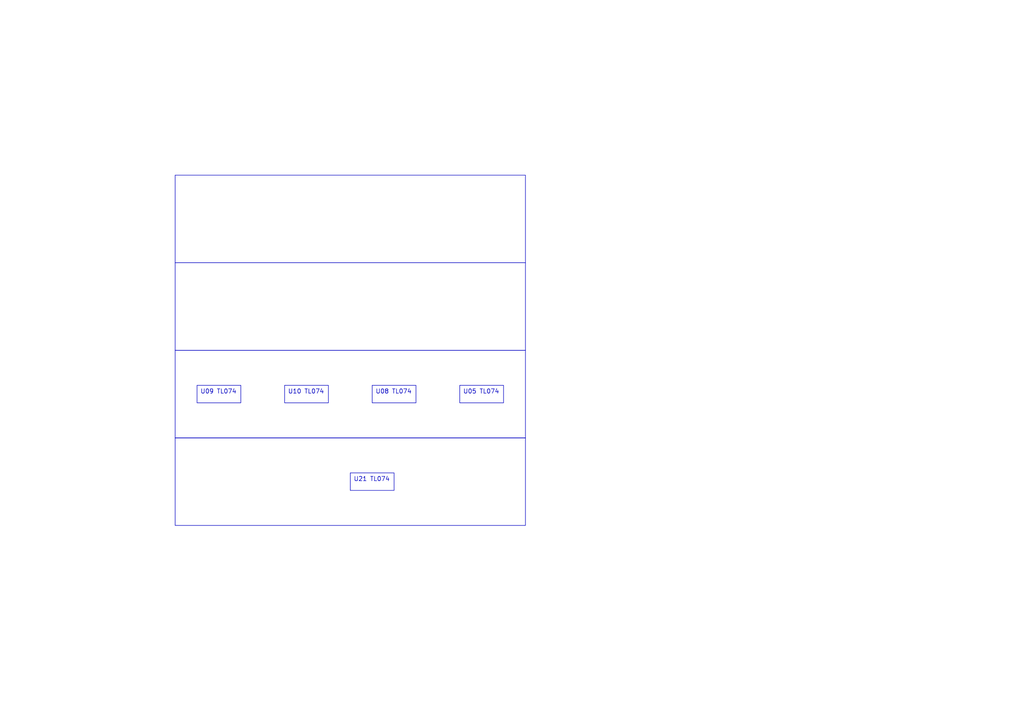
<source format=kicad_sch>
(kicad_sch
	(version 20250114)
	(generator "eeschema")
	(generator_version "9.0")
	(uuid "e2965a80-3c40-4649-a5b9-30e4adc7e88b")
	(paper "A4")
	(title_block
		(company "DMH Instruments")
		(comment 1 "PCB for 15cm Kosmo format synthesizer module")
	)
	(lib_symbols)
	(rectangle
		(start 50.8 50.8)
		(end 152.4 76.2)
		(stroke
			(width 0)
			(type default)
		)
		(fill
			(type none)
		)
		(uuid a291d22e-fe2e-4ffd-be84-a4b3ca500224)
	)
	(rectangle
		(start 50.8 101.6)
		(end 152.4 127)
		(stroke
			(width 0)
			(type default)
		)
		(fill
			(type none)
		)
		(uuid ad102541-5641-471b-bd34-d942d62f85c4)
	)
	(rectangle
		(start 50.8 76.2)
		(end 152.4 101.6)
		(stroke
			(width 0)
			(type default)
		)
		(fill
			(type none)
		)
		(uuid c086d0e3-2b85-48f6-a7be-0db326d3d84f)
	)
	(rectangle
		(start 50.8 127)
		(end 152.4 152.4)
		(stroke
			(width 0)
			(type default)
		)
		(fill
			(type none)
		)
		(uuid ec13eb47-7d5b-4e8c-a4b4-3351b709aef4)
	)
	(text_box "U09 TL074"
		(exclude_from_sim no)
		(at 57.15 111.76 0)
		(size 12.7 5.08)
		(margins 0.9525 0.9525 0.9525 0.9525)
		(stroke
			(width 0)
			(type solid)
		)
		(fill
			(type none)
		)
		(effects
			(font
				(size 1.27 1.27)
			)
			(justify left top)
		)
		(uuid "0dc97a3e-9b6d-43d4-8a00-79928c9f2b1b")
	)
	(text_box "U10 TL074"
		(exclude_from_sim no)
		(at 82.55 111.76 0)
		(size 12.7 5.08)
		(margins 0.9525 0.9525 0.9525 0.9525)
		(stroke
			(width 0)
			(type solid)
		)
		(fill
			(type none)
		)
		(effects
			(font
				(size 1.27 1.27)
			)
			(justify left top)
		)
		(uuid "5a9ed3e2-1513-46fe-81b9-1f770a56494a")
	)
	(text_box "U21 TL074"
		(exclude_from_sim no)
		(at 101.6 137.16 0)
		(size 12.7 5.08)
		(margins 0.9525 0.9525 0.9525 0.9525)
		(stroke
			(width 0)
			(type solid)
		)
		(fill
			(type none)
		)
		(effects
			(font
				(size 1.27 1.27)
			)
			(justify left top)
		)
		(uuid "6bf7576e-f684-40cc-8bcc-4919d06e028e")
	)
	(text_box "U08 TL074"
		(exclude_from_sim no)
		(at 107.95 111.76 0)
		(size 12.7 5.08)
		(margins 0.9525 0.9525 0.9525 0.9525)
		(stroke
			(width 0)
			(type solid)
		)
		(fill
			(type none)
		)
		(effects
			(font
				(size 1.27 1.27)
			)
			(justify left top)
		)
		(uuid "7b264dcf-73ff-482a-9c04-c807663a8c95")
	)
	(text_box "U05 TL074"
		(exclude_from_sim no)
		(at 133.35 111.76 0)
		(size 12.7 5.08)
		(margins 0.9525 0.9525 0.9525 0.9525)
		(stroke
			(width 0)
			(type solid)
		)
		(fill
			(type none)
		)
		(effects
			(font
				(size 1.27 1.27)
			)
			(justify left top)
		)
		(uuid "a48dcc5b-8992-41fe-95d9-fdad25e0df7d")
	)
)

</source>
